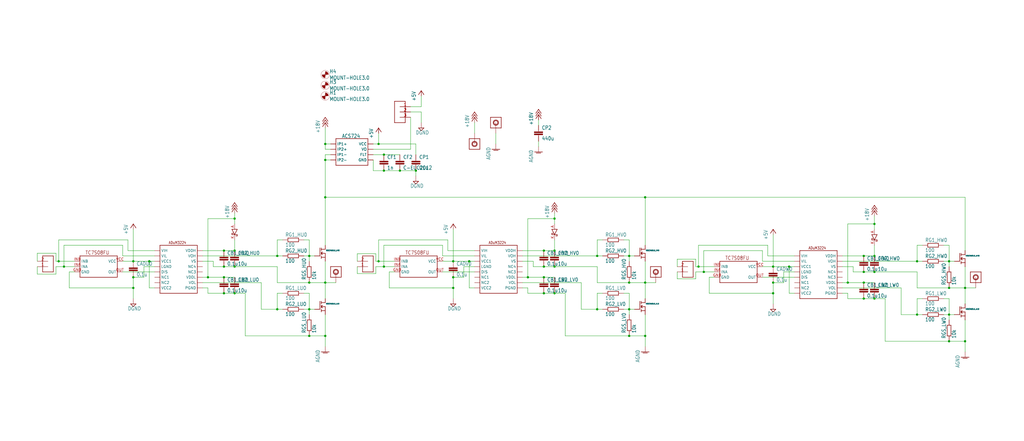
<source format=kicad_sch>
(kicad_sch (version 20211123) (generator eeschema)
  (paper "User" 487.807 210.007)
  (lib_symbols
    (symbol "motordriver_v3-eagle-import:+18V" (power)
      (property "Value" "+18V" (at -2.54 -5.08 90))
      (symbol "+18V_1_0"
        (pin power_in line (at 0 -2.54 90) (length 2.54) (name "+18V") (number "1"))
      )
    )
    (symbol "motordriver_v3-eagle-import:+5V" (power)
      (property "Value" "+5V" (at -2.54 -5.08 90))
      (symbol "+5V_1_0"
        (pin power_in line (at 0 -2.54 90) (length 2.54) (name "+5V") (number "1"))
      )
    )
    (symbol "motordriver_v3-eagle-import:ACS724"
      (symbol "ACS724_1_0"
        (pin bidirectional line (at 15.24 -7.62 180) (length 2.54) (name "FLT") (number "FLT"))
        (pin bidirectional line (at 15.24 -10.16 180) (length 2.54) (name "GND") (number "GND"))
        (pin bidirectional line (at -5.08 -2.54 0) (length 2.54) (name "IP1+") (number "IP1+"))
        (pin bidirectional line (at -5.08 -7.62 0) (length 2.54) (name "IP1-") (number "IP1-"))
        (pin bidirectional line (at -5.08 -5.08 0) (length 2.54) (name "IP2+") (number "IP2+"))
        (pin bidirectional line (at -5.08 -10.16 0) (length 2.54) (name "IP2-") (number "IP2-"))
        (pin bidirectional line (at 15.24 -2.54 180) (length 2.54) (name "VCC") (number "VCC"))
        (pin bidirectional line (at 15.24 -5.08 180) (length 2.54) (name "VO") (number "VO"))
      )
    )
    (symbol "motordriver_v3-eagle-import:ADUM3224"
      (symbol "ADUM3224_1_0"
        (text "ADuM3224" (at 4.064 3.048 0) (effects (font (size 1.27 1.0795)) (justify left bottom)))
        (pin bidirectional line (at -2.54 -10.16 0) (length 2.54) (name "DIS") (number "DIS"))
        (pin bidirectional line (at -2.54 -7.62 0) (length 2.54) (name "LGND") (number "LGND"))
        (pin bidirectional line (at -2.54 -12.7 0) (length 2.54) (name "NC1") (number "NC1"))
        (pin bidirectional line (at -2.54 -15.24 0) (length 2.54) (name "NC2") (number "NC2"))
        (pin bidirectional line (at 20.32 -10.16 180) (length 2.54) (name "NC3") (number "NC3"))
        (pin bidirectional line (at 20.32 -7.62 180) (length 2.54) (name "NC4") (number "NC4"))
        (pin bidirectional line (at 20.32 -17.78 180) (length 2.54) (name "PGND") (number "PGND"))
        (pin bidirectional line (at -2.54 -5.08 0) (length 2.54) (name "VCC1") (number "VCC1"))
        (pin bidirectional line (at -2.54 -17.78 0) (length 2.54) (name "VCC2") (number "VCC2"))
        (pin bidirectional line (at 20.32 0 180) (length 2.54) (name "VDDH") (number "VDDH"))
        (pin bidirectional line (at 20.32 -12.7 180) (length 2.54) (name "VDDL") (number "VDDL"))
        (pin bidirectional line (at -2.54 0 0) (length 2.54) (name "VIH") (number "VIH"))
        (pin bidirectional line (at -2.54 -2.54 0) (length 2.54) (name "VIL") (number "VIL"))
        (pin bidirectional line (at 20.32 -2.54 180) (length 2.54) (name "VOH") (number "VOH"))
        (pin bidirectional line (at 20.32 -15.24 180) (length 2.54) (name "VOL") (number "VOL"))
        (pin bidirectional line (at 20.32 -5.08 180) (length 2.54) (name "VS") (number "VS"))
      )
    )
    (symbol "motordriver_v3-eagle-import:AGND" (power)
      (property "Value" "AGND" (at -2.54 -5.08 90))
      (symbol "AGND_1_0"
        (pin power_in line (at 0 2.54 270) (length 2.54) (name "AGND") (number "1"))
      )
    )
    (symbol "motordriver_v3-eagle-import:B2B-XH-A"
      (symbol "B2B-XH-A_1_0"
        (pin bidirectional line (at 2.54 2.54 270) (length 5.08) (name "1") (number "1"))
        (pin bidirectional line (at 5.08 2.54 270) (length 5.08) (name "2") (number "2"))
      )
    )
    (symbol "motordriver_v3-eagle-import:B3B-XH-A"
      (symbol "B3B-XH-A_1_0"
        (pin bidirectional line (at -2.54 2.54 270) (length 5.08) (name "1") (number "1"))
        (pin bidirectional line (at 0 2.54 270) (length 5.08) (name "2") (number "2"))
        (pin bidirectional line (at 2.54 2.54 270) (length 5.08) (name "3") (number "3"))
      )
    )
    (symbol "motordriver_v3-eagle-import:C-EUC1608"
      (property "Reference" "C" (at 1.524 0.381 0))
      (property "Value" "C-EUC1608" (at 1.524 -4.699 0))
      (symbol "C-EUC1608_1_0"
        (pin passive line (at 0 2.54 270) (length 2.54) (name "1") (number "1"))
        (pin passive line (at 0 -5.08 90) (length 2.54) (name "2") (number "2"))
      )
    )
    (symbol "motordriver_v3-eagle-import:C-EUC2012"
      (property "Reference" "C" (at 1.524 0.381 0))
      (property "Value" "C-EUC2012" (at 1.524 -4.699 0))
      (symbol "C-EUC2012_1_0"
        (pin passive line (at 0 2.54 270) (length 2.54) (name "1") (number "1"))
        (pin passive line (at 0 -5.08 90) (length 2.54) (name "2") (number "2"))
      )
    )
    (symbol "motordriver_v3-eagle-import:C-EUC3225"
      (property "Reference" "C" (at 1.524 0.381 0))
      (property "Value" "C-EUC3225" (at 1.524 -4.699 0))
      (symbol "C-EUC3225_1_0"
        (pin passive line (at 0 2.54 270) (length 2.54) (name "1") (number "1"))
        (pin passive line (at 0 -5.08 90) (length 2.54) (name "2") (number "2"))
      )
    )
    (symbol "motordriver_v3-eagle-import:DGND" (power)
      (property "Value" "DGND" (at -2.667 -3.175 0))
      (symbol "DGND_1_0"
        (pin power_in line (at 0 2.54 270) (length 2.54) (name "DGND") (number "1"))
      )
    )
    (symbol "motordriver_v3-eagle-import:MOUNT-HOLE3.0"
      (property "Reference" "H" (at 2.032 0.5842 0))
      (property "Value" "MOUNT-HOLE3.0" (at 2.032 -2.4638 0))
    )
    (symbol "motordriver_v3-eagle-import:ND52N6SLG"
      (symbol "ND52N6SLG_1_0"
        (pin bidirectional line (at -5.08 -5.08 0) (length 0) (name "G") (number "1"))
        (pin bidirectional line (at 0 -7.62 0) (length 0) (name "S") (number "3"))
        (pin bidirectional line (at 0 0 0) (length 0) (name "D") (number "4"))
      )
    )
    (symbol "motordriver_v3-eagle-import:PV-3"
      (symbol "PV-3_1_0"
        (pin bidirectional line (at 2.54 -7.62 90) (length 5.08) (name "P$1") (number "P$1"))
      )
    )
    (symbol "motordriver_v3-eagle-import:R-EU_R3216"
      (property "Reference" "R" (at -3.81 1.4986 0))
      (property "Value" "R-EU_R3216" (at -3.81 -3.302 0))
      (symbol "R-EU_R3216_1_0"
        (pin passive line (at -5.08 0 0) (length 2.54) (name "1") (number "1"))
        (pin passive line (at 5.08 0 180) (length 2.54) (name "2") (number "2"))
      )
    )
    (symbol "motordriver_v3-eagle-import:SBR1U200P1"
      (symbol "SBR1U200P1_1_0"
        (pin bidirectional line (at -2.54 0 0) (length 2.54) (name "A") (number "A"))
        (pin bidirectional line (at 5.08 0 180) (length 2.54) (name "K") (number "K"))
      )
    )
    (symbol "motordriver_v3-eagle-import:TC7S08FU"
      (symbol "TC7S08FU_1_0"
        (text "TC7S08FU" (at 2.54 3.048 0) (effects (font (size 1.778 1.5113)) (justify left bottom)))
        (pin bidirectional line (at -2.54 -5.08 0) (length 2.54) (name "GND") (number "GND"))
        (pin bidirectional line (at -2.54 -2.54 0) (length 2.54) (name "INA") (number "INA"))
        (pin bidirectional line (at -2.54 0 0) (length 2.54) (name "INB") (number "INB"))
        (pin bidirectional line (at 20.32 -5.08 180) (length 2.54) (name "OUT") (number "OUT"))
        (pin bidirectional line (at 20.32 0 180) (length 2.54) (name "VCC") (number "VCC"))
      )
    )
  )
  (junction (at 111.76 119.38))
  (junction (at 284.48 121.92))
  (junction (at 368.3 134.62))
  (junction (at 436.88 124.46))
  (junction (at 132.08 121.92))
  (junction (at 154.94 76.2))
  (junction (at 106.68 119.38))
  (junction (at 154.94 93.98))
  (junction (at 299.72 160.02))
  (junction (at 284.48 147.32))
  (junction (at 106.68 132.08))
  (junction (at 111.76 139.7))
  (junction (at 223.52 124.46))
  (junction (at 411.48 134.62))
  (junction (at 403.86 134.62))
  (junction (at 190.5 81.28))
  (junction (at 180.34 124.46))
  (junction (at 259.08 139.7))
  (junction (at 299.72 121.92))
  (junction (at 63.5 124.46))
  (junction (at 182.88 73.66))
  (junction (at 452.12 149.86))
  (junction (at 416.56 106.68))
  (junction (at 452.12 162.56))
  (junction (at 147.32 147.32))
  (junction (at 459.74 162.56))
  (junction (at 182.88 81.28))
  (junction (at 264.16 127))
  (junction (at 27.94 124.46))
  (junction (at 299.72 147.32))
  (junction (at 106.68 127))
  (junction (at 416.56 142.24))
  (junction (at 215.9 124.46))
  (junction (at 147.32 160.02))
  (junction (at 111.76 104.14))
  (junction (at 147.32 121.92))
  (junction (at 198.12 81.28))
  (junction (at 154.94 160.02))
  (junction (at 416.56 121.92))
  (junction (at 71.12 124.46))
  (junction (at 154.94 68.58))
  (junction (at 30.48 127))
  (junction (at 63.5 137.16))
  (junction (at 307.34 134.62))
  (junction (at 182.88 127))
  (junction (at 307.34 93.98))
  (junction (at 147.32 134.62))
  (junction (at 368.3 127))
  (junction (at 459.74 137.16))
  (junction (at 264.16 104.14))
  (junction (at 251.46 132.08))
  (junction (at 132.08 147.32))
  (junction (at 416.56 129.54))
  (junction (at 154.94 134.62))
  (junction (at 180.34 68.58))
  (junction (at 368.3 139.7))
  (junction (at 259.08 119.38))
  (junction (at 411.48 121.92))
  (junction (at 259.08 127))
  (junction (at 264.16 119.38))
  (junction (at 452.12 137.16))
  (junction (at 99.06 132.08))
  (junction (at 452.12 124.46))
  (junction (at 375.92 127))
  (junction (at 411.48 129.54))
  (junction (at 332.74 127))
  (junction (at 215.9 137.16))
  (junction (at 215.9 132.08))
  (junction (at 299.72 134.62))
  (junction (at 259.08 132.08))
  (junction (at 106.68 139.7))
  (junction (at 63.5 132.08))
  (junction (at 264.16 139.7))
  (junction (at 436.88 149.86))
  (junction (at 411.48 142.24))
  (junction (at 307.34 160.02))
  (junction (at 335.28 129.54))
  (junction (at 111.76 127))
  (wire (pts (xy 177.8 81.28) (xy 182.88 81.28)))
  (wire (pts (xy 170.18 130.302) (xy 179.07 130.302)))
  (wire (pts (xy 449.58 116.84) (xy 452.12 116.84)))
  (wire (pts (xy 368.3 111.76) (xy 368.3 127)))
  (wire (pts (xy 251.46 132.08) (xy 248.92 132.08)))
  (wire (pts (xy 337.82 139.7) (xy 368.3 139.7)))
  (wire (pts (xy 403.86 106.68) (xy 416.56 106.68)))
  (wire (pts (xy 284.48 121.92) (xy 287.02 121.92)))
  (wire (pts (xy 363.22 119.38) (xy 363.22 124.46)))
  (wire (pts (xy 452.12 149.86) (xy 454.66 149.86)))
  (wire (pts (xy 287.02 139.7) (xy 284.48 139.7)))
  (wire (pts (xy 307.34 93.98) (xy 459.74 93.98)))
  (wire (pts (xy 284.48 127) (xy 284.48 134.62)))
  (wire (pts (xy 101.6 127) (xy 106.68 127)))
  (wire (pts (xy 429.26 149.86) (xy 436.88 149.86)))
  (wire (pts (xy 459.74 137.16) (xy 459.74 144.78)))
  (wire (pts (xy 182.88 127) (xy 187.96 127)))
  (wire (pts (xy 226.06 127) (xy 220.98 127)))
  (wire (pts (xy 284.48 147.32) (xy 287.02 147.32)))
  (wire (pts (xy 459.74 93.98) (xy 459.74 119.38)))
  (wire (pts (xy 264.16 101.6) (xy 264.16 104.14)))
  (wire (pts (xy 368.3 134.62) (xy 373.38 134.62)))
  (wire (pts (xy 154.94 76.2) (xy 154.94 93.98)))
  (wire (pts (xy 337.82 132.08) (xy 337.82 139.7)))
  (wire (pts (xy 180.34 124.46) (xy 187.96 124.46)))
  (wire (pts (xy 154.94 149.86) (xy 154.94 160.02)))
  (wire (pts (xy 411.48 142.24) (xy 416.56 142.24)))
  (wire (pts (xy 403.86 139.7) (xy 403.86 142.24)))
  (wire (pts (xy 147.32 160.02) (xy 154.94 160.02)))
  (wire (pts (xy 213.36 114.3) (xy 213.36 119.38)))
  (wire (pts (xy 101.6 124.46) (xy 101.6 127)))
  (wire (pts (xy 215.9 124.46) (xy 223.52 124.46)))
  (wire (pts (xy 134.62 114.3) (xy 132.08 114.3)))
  (wire (pts (xy 368.3 127) (xy 375.92 127)))
  (wire (pts (xy 299.72 147.32) (xy 299.72 149.86)))
  (wire (pts (xy 452.12 137.16) (xy 459.74 137.16)))
  (wire (pts (xy 299.72 121.92) (xy 302.26 121.92)))
  (wire (pts (xy 17.78 127) (xy 17.78 130.556)))
  (wire (pts (xy 179.07 130.302) (xy 179.07 127)))
  (wire (pts (xy 449.58 149.86) (xy 452.12 149.86)))
  (wire (pts (xy 299.72 139.7) (xy 299.72 147.32)))
  (wire (pts (xy 269.24 160.02) (xy 299.72 160.02)))
  (wire (pts (xy 111.76 101.6) (xy 111.76 104.14)))
  (wire (pts (xy 259.08 127) (xy 264.16 127)))
  (wire (pts (xy 144.78 121.92) (xy 147.32 121.92)))
  (wire (pts (xy 363.22 132.08) (xy 378.46 132.08)))
  (wire (pts (xy 416.56 129.54) (xy 436.88 129.54)))
  (wire (pts (xy 111.76 139.7) (xy 116.84 139.7)))
  (wire (pts (xy 368.3 139.7) (xy 368.3 144.78)))
  (wire (pts (xy 63.5 109.22) (xy 63.5 124.46)))
  (wire (pts (xy 144.78 147.32) (xy 147.32 147.32)))
  (wire (pts (xy 132.08 147.32) (xy 134.62 147.32)))
  (wire (pts (xy 182.88 73.66) (xy 190.5 73.66)))
  (wire (pts (xy 68.58 132.08) (xy 68.58 127)))
  (wire (pts (xy 210.82 116.84) (xy 210.82 121.92)))
  (wire (pts (xy 299.72 121.92) (xy 299.72 124.46)))
  (wire (pts (xy 132.08 121.92) (xy 134.62 121.92)))
  (wire (pts (xy 297.18 139.7) (xy 299.72 139.7)))
  (wire (pts (xy 297.18 121.92) (xy 299.72 121.92)))
  (wire (pts (xy 363.22 124.46) (xy 378.46 124.46)))
  (wire (pts (xy 299.72 114.3) (xy 299.72 121.92)))
  (wire (pts (xy 154.94 124.46) (xy 154.94 134.62)))
  (wire (pts (xy 26.67 130.556) (xy 26.67 127)))
  (wire (pts (xy 200.66 53.34) (xy 195.58 53.34)))
  (wire (pts (xy 401.32 137.16) (xy 429.26 137.16)))
  (wire (pts (xy 251.46 139.7) (xy 259.08 139.7)))
  (wire (pts (xy 170.18 124.46) (xy 170.18 120.904)))
  (wire (pts (xy 17.78 124.46) (xy 17.78 120.65)))
  (wire (pts (xy 200.66 50.8) (xy 200.66 45.72)))
  (wire (pts (xy 27.94 114.3) (xy 60.96 114.3)))
  (wire (pts (xy 111.76 127) (xy 132.08 127)))
  (wire (pts (xy 248.92 137.16) (xy 251.46 137.16)))
  (wire (pts (xy 73.66 127) (xy 68.58 127)))
  (wire (pts (xy 215.9 137.16) (xy 215.9 142.24)))
  (wire (pts (xy 411.48 129.54) (xy 416.56 129.54)))
  (wire (pts (xy 297.18 114.3) (xy 299.72 114.3)))
  (wire (pts (xy 429.26 137.16) (xy 429.26 149.86)))
  (wire (pts (xy 147.32 121.92) (xy 147.32 124.46)))
  (wire (pts (xy 248.92 119.38) (xy 259.08 119.38)))
  (wire (pts (xy 63.5 132.08) (xy 63.5 137.16)))
  (wire (pts (xy 365.76 121.92) (xy 378.46 121.92)))
  (wire (pts (xy 200.66 53.34) (xy 200.66 58.42)))
  (wire (pts (xy 99.06 104.14) (xy 111.76 104.14)))
  (wire (pts (xy 71.12 124.46) (xy 73.66 124.46)))
  (wire (pts (xy 17.78 120.65) (xy 26.67 120.65)))
  (wire (pts (xy 58.42 121.92) (xy 73.66 121.92)))
  (wire (pts (xy 157.48 76.2) (xy 154.94 76.2)))
  (wire (pts (xy 213.36 119.38) (xy 226.06 119.38)))
  (wire (pts (xy 248.92 134.62) (xy 276.86 134.62)))
  (wire (pts (xy 106.68 139.7) (xy 111.76 139.7)))
  (wire (pts (xy 26.67 120.65) (xy 26.67 124.46)))
  (wire (pts (xy 154.94 160.02) (xy 154.94 165.1)))
  (wire (pts (xy 401.32 124.46) (xy 436.88 124.46)))
  (wire (pts (xy 99.06 104.14) (xy 99.06 132.08)))
  (wire (pts (xy 99.06 137.16) (xy 99.06 139.7)))
  (wire (pts (xy 180.34 68.58) (xy 198.12 68.58)))
  (wire (pts (xy 368.3 134.62) (xy 368.3 139.7)))
  (wire (pts (xy 331.47 132.842) (xy 331.47 129.54)))
  (wire (pts (xy 226.06 58.42) (xy 226.06 63.5)))
  (wire (pts (xy 185.42 137.16) (xy 215.9 137.16)))
  (wire (pts (xy 170.18 120.904) (xy 179.07 120.904)))
  (wire (pts (xy 195.58 50.8) (xy 200.66 50.8)))
  (wire (pts (xy 439.42 116.84) (xy 436.88 116.84)))
  (wire (pts (xy 132.08 114.3) (xy 132.08 121.92)))
  (wire (pts (xy 340.36 132.08) (xy 337.82 132.08)))
  (wire (pts (xy 96.52 121.92) (xy 132.08 121.92)))
  (wire (pts (xy 378.46 129.54) (xy 373.38 129.54)))
  (wire (pts (xy 60.96 114.3) (xy 60.96 119.38)))
  (wire (pts (xy 96.52 119.38) (xy 106.68 119.38)))
  (wire (pts (xy 132.08 139.7) (xy 132.08 147.32)))
  (wire (pts (xy 264.16 104.14) (xy 264.16 106.68)))
  (wire (pts (xy 331.47 129.54) (xy 335.28 129.54)))
  (wire (pts (xy 406.4 127) (xy 406.4 129.54)))
  (wire (pts (xy 187.96 129.54) (xy 185.42 129.54)))
  (wire (pts (xy 375.92 127) (xy 378.46 127)))
  (wire (pts (xy 58.42 116.84) (xy 58.42 121.92)))
  (wire (pts (xy 335.28 119.38) (xy 363.22 119.38)))
  (wire (pts (xy 180.34 63.5) (xy 180.34 68.58)))
  (wire (pts (xy 210.82 129.54) (xy 226.06 129.54)))
  (wire (pts (xy 30.48 127) (xy 30.48 116.84)))
  (wire (pts (xy 331.47 127) (xy 332.74 127)))
  (wire (pts (xy 124.46 147.32) (xy 132.08 147.32)))
  (wire (pts (xy 439.42 142.24) (xy 436.88 142.24)))
  (wire (pts (xy 17.78 130.556) (xy 26.67 130.556)))
  (wire (pts (xy 111.76 119.38) (xy 111.76 114.3)))
  (wire (pts (xy 332.74 127) (xy 340.36 127)))
  (wire (pts (xy 179.07 120.904) (xy 179.07 124.46)))
  (wire (pts (xy 449.58 142.24) (xy 452.12 142.24)))
  (wire (pts (xy 375.92 139.7) (xy 378.46 139.7)))
  (wire (pts (xy 215.9 132.08) (xy 215.9 137.16)))
  (wire (pts (xy 116.84 139.7) (xy 116.84 160.02)))
  (wire (pts (xy 154.94 68.58) (xy 157.48 68.58)))
  (wire (pts (xy 259.08 119.38) (xy 264.16 119.38)))
  (wire (pts (xy 269.24 139.7) (xy 269.24 160.02)))
  (wire (pts (xy 322.58 129.54) (xy 322.58 132.842)))
  (wire (pts (xy 335.28 129.54) (xy 335.28 119.38)))
  (wire (pts (xy 299.72 147.32) (xy 302.26 147.32)))
  (wire (pts (xy 99.06 132.08) (xy 106.68 132.08)))
  (wire (pts (xy 215.9 132.08) (xy 220.98 132.08)))
  (wire (pts (xy 147.32 134.62) (xy 154.94 134.62)))
  (wire (pts (xy 459.74 137.16) (xy 464.82 137.16)))
  (wire (pts (xy 259.08 139.7) (xy 264.16 139.7)))
  (wire (pts (xy 134.62 139.7) (xy 132.08 139.7)))
  (wire (pts (xy 177.8 76.2) (xy 177.8 81.28)))
  (wire (pts (xy 124.46 134.62) (xy 124.46 147.32)))
  (wire (pts (xy 416.56 121.92) (xy 416.56 116.84)))
  (wire (pts (xy 406.4 129.54) (xy 411.48 129.54)))
  (wire (pts (xy 452.12 116.84) (xy 452.12 124.46)))
  (wire (pts (xy 147.32 114.3) (xy 147.32 121.92)))
  (wire (pts (xy 116.84 160.02) (xy 147.32 160.02)))
  (wire (pts (xy 307.34 134.62) (xy 312.42 134.62)))
  (wire (pts (xy 154.94 93.98) (xy 307.34 93.98)))
  (wire (pts (xy 375.92 127) (xy 375.92 139.7)))
  (wire (pts (xy 236.22 63.5) (xy 236.22 68.58)))
  (wire (pts (xy 416.56 102.87) (xy 416.56 106.68)))
  (wire (pts (xy 106.68 119.38) (xy 111.76 119.38)))
  (wire (pts (xy 179.07 124.46) (xy 180.34 124.46)))
  (wire (pts (xy 284.48 134.62) (xy 299.72 134.62)))
  (wire (pts (xy 449.58 124.46) (xy 452.12 124.46)))
  (wire (pts (xy 332.74 127) (xy 332.74 116.84)))
  (wire (pts (xy 421.64 162.56) (xy 452.12 162.56)))
  (wire (pts (xy 71.12 124.46) (xy 71.12 137.16)))
  (wire (pts (xy 307.34 160.02) (xy 307.34 165.1)))
  (wire (pts (xy 106.68 132.08) (xy 111.76 132.08)))
  (wire (pts (xy 307.34 124.46) (xy 307.34 134.62)))
  (wire (pts (xy 180.34 114.3) (xy 213.36 114.3)))
  (wire (pts (xy 27.94 124.46) (xy 27.94 114.3)))
  (wire (pts (xy 403.86 134.62) (xy 411.48 134.62)))
  (wire (pts (xy 180.34 68.58) (xy 177.8 68.58)))
  (wire (pts (xy 147.32 139.7) (xy 147.32 147.32)))
  (wire (pts (xy 331.47 123.444) (xy 331.47 127)))
  (wire (pts (xy 154.94 73.66) (xy 154.94 76.2)))
  (wire (pts (xy 180.34 124.46) (xy 180.34 114.3)))
  (wire (pts (xy 254 127) (xy 259.08 127)))
  (wire (pts (xy 436.88 124.46) (xy 439.42 124.46)))
  (wire (pts (xy 307.34 134.62) (xy 307.34 142.24)))
  (wire (pts (xy 223.52 124.46) (xy 223.52 137.16)))
  (wire (pts (xy 299.72 134.62) (xy 307.34 134.62)))
  (wire (pts (xy 30.48 116.84) (xy 58.42 116.84)))
  (wire (pts (xy 132.08 134.62) (xy 147.32 134.62)))
  (wire (pts (xy 58.42 124.46) (xy 63.5 124.46)))
  (wire (pts (xy 63.5 137.16) (xy 63.5 142.24)))
  (wire (pts (xy 297.18 147.32) (xy 299.72 147.32)))
  (wire (pts (xy 264.16 119.38) (xy 264.16 114.3)))
  (wire (pts (xy 287.02 114.3) (xy 284.48 114.3)))
  (wire (pts (xy 33.02 137.16) (xy 63.5 137.16)))
  (wire (pts (xy 403.86 134.62) (xy 401.32 134.62)))
  (wire (pts (xy 154.94 68.58) (xy 154.94 71.12)))
  (wire (pts (xy 182.88 81.28) (xy 190.5 81.28)))
  (wire (pts (xy 195.58 55.88) (xy 195.58 71.12)))
  (wire (pts (xy 147.32 147.32) (xy 147.32 149.86)))
  (wire (pts (xy 63.5 124.46) (xy 71.12 124.46)))
  (wire (pts (xy 401.32 127) (xy 406.4 127)))
  (wire (pts (xy 177.8 71.12) (xy 195.58 71.12)))
  (wire (pts (xy 403.86 142.24) (xy 411.48 142.24)))
  (wire (pts (xy 33.02 129.54) (xy 33.02 137.16)))
  (wire (pts (xy 185.42 129.54) (xy 185.42 137.16)))
  (wire (pts (xy 403.86 106.68) (xy 403.86 134.62)))
  (wire (pts (xy 254 124.46) (xy 254 127)))
  (wire (pts (xy 452.12 142.24) (xy 452.12 149.86)))
  (wire (pts (xy 26.67 124.46) (xy 27.94 124.46)))
  (wire (pts (xy 147.32 121.92) (xy 149.86 121.92)))
  (wire (pts (xy 26.67 127) (xy 30.48 127)))
  (wire (pts (xy 251.46 104.14) (xy 251.46 132.08)))
  (wire (pts (xy 157.48 73.66) (xy 154.94 73.66)))
  (wire (pts (xy 251.46 137.16) (xy 251.46 139.7)))
  (wire (pts (xy 182.88 116.84) (xy 210.82 116.84)))
  (wire (pts (xy 401.32 121.92) (xy 411.48 121.92)))
  (wire (pts (xy 436.88 149.86) (xy 439.42 149.86)))
  (wire (pts (xy 170.18 127) (xy 170.18 130.302)))
  (wire (pts (xy 248.92 121.92) (xy 284.48 121.92)))
  (wire (pts (xy 411.48 134.62) (xy 416.56 134.62)))
  (wire (pts (xy 182.88 127) (xy 182.88 116.84)))
  (wire (pts (xy 284.48 114.3) (xy 284.48 121.92)))
  (wire (pts (xy 111.76 104.14) (xy 111.76 106.68)))
  (wire (pts (xy 154.94 134.62) (xy 154.94 142.24)))
  (wire (pts (xy 307.34 149.86) (xy 307.34 160.02)))
  (wire (pts (xy 436.88 142.24) (xy 436.88 149.86)))
  (wire (pts (xy 96.52 124.46) (xy 101.6 124.46)))
  (wire (pts (xy 373.38 134.62) (xy 373.38 129.54)))
  (wire (pts (xy 284.48 139.7) (xy 284.48 147.32)))
  (wire (pts (xy 416.56 106.68) (xy 416.56 109.22)))
  (wire (pts (xy 248.92 124.46) (xy 254 124.46)))
  (wire (pts (xy 421.64 142.24) (xy 421.64 162.56)))
  (wire (pts (xy 27.94 124.46) (xy 35.56 124.46)))
  (wire (pts (xy 365.76 116.84) (xy 365.76 121.92)))
  (wire (pts (xy 436.88 116.84) (xy 436.88 124.46)))
  (wire (pts (xy 299.72 160.02) (xy 307.34 160.02)))
  (wire (pts (xy 276.86 147.32) (xy 284.48 147.32)))
  (wire (pts (xy 452.12 124.46) (xy 454.66 124.46)))
  (wire (pts (xy 198.12 68.58) (xy 198.12 73.66)))
  (wire (pts (xy 177.8 73.66) (xy 182.88 73.66)))
  (wire (pts (xy 99.06 139.7) (xy 106.68 139.7)))
  (wire (pts (xy 322.58 127) (xy 322.58 123.444)))
  (wire (pts (xy 144.78 139.7) (xy 147.32 139.7)))
  (wire (pts (xy 147.32 147.32) (xy 149.86 147.32)))
  (wire (pts (xy 106.68 127) (xy 111.76 127)))
  (wire (pts (xy 144.78 114.3) (xy 147.32 114.3)))
  (wire (pts (xy 452.12 149.86) (xy 452.12 152.4)))
  (wire (pts (xy 322.58 123.444) (xy 331.47 123.444)))
  (wire (pts (xy 459.74 152.4) (xy 459.74 162.56)))
  (wire (pts (xy 179.07 127) (xy 182.88 127)))
  (wire (pts (xy 60.96 119.38) (xy 73.66 119.38)))
  (wire (pts (xy 58.42 129.54) (xy 73.66 129.54)))
  (wire (pts (xy 63.5 132.08) (xy 68.58 132.08)))
  (wire (pts (xy 436.88 129.54) (xy 436.88 137.16)))
  (wire (pts (xy 264.16 127) (xy 284.48 127)))
  (wire (pts (xy 223.52 124.46) (xy 226.06 124.46)))
  (wire (pts (xy 215.9 109.22) (xy 215.9 124.46)))
  (wire (pts (xy 436.88 137.16) (xy 452.12 137.16)))
  (wire (pts (xy 251.46 104.14) (xy 264.16 104.14)))
  (wire (pts (xy 401.32 139.7) (xy 403.86 139.7)))
  (wire (pts (xy 96.52 137.16) (xy 99.06 137.16)))
  (wire (pts (xy 220.98 132.08) (xy 220.98 127)))
  (wire (pts (xy 223.52 137.16) (xy 226.06 137.16)))
  (wire (pts (xy 416.56 142.24) (xy 421.64 142.24)))
  (wire (pts (xy 256.54 57.15) (xy 256.54 59.69)))
  (wire (pts (xy 307.34 93.98) (xy 307.34 116.84)))
  (wire (pts (xy 30.48 127) (xy 35.56 127)))
  (wire (pts (xy 154.94 71.12) (xy 157.48 71.12)))
  (wire (pts (xy 264.16 139.7) (xy 269.24 139.7)))
  (wire (pts (xy 335.28 129.54) (xy 340.36 129.54)))
  (wire (pts (xy 256.54 67.31) (xy 256.54 69.85)))
  (wire (pts (xy 452.12 162.56) (xy 459.74 162.56)))
  (wire (pts (xy 198.12 81.28) (xy 198.12 83.82)))
  (wire (pts (xy 259.08 132.08) (xy 264.16 132.08)))
  (wire (pts (xy 190.5 81.28) (xy 198.12 81.28)))
  (wire (pts (xy 459.74 162.56) (xy 459.74 167.64)))
  (wire (pts (xy 210.82 121.92) (xy 226.06 121.92)))
  (wire (pts (xy 99.06 132.08) (xy 96.52 132.08)))
  (wire (pts (xy 35.56 129.54) (xy 33.02 129.54)))
  (wire (pts (xy 459.74 127) (xy 459.74 137.16)))
  (wire (pts (xy 132.08 127) (xy 132.08 134.62)))
  (wire (pts (xy 332.74 116.84) (xy 365.76 116.84)))
  (wire (pts (xy 96.52 134.62) (xy 124.46 134.62)))
  (wire (pts (xy 210.82 124.46) (xy 215.9 124.46)))
  (wire (pts (xy 154.94 60.96) (xy 154.94 68.58)))
  (wire (pts (xy 154.94 134.62) (xy 160.02 134.62)))
  (wire (pts (xy 411.48 121.92) (xy 416.56 121.92)))
  (wire (pts (xy 276.86 134.62) (xy 276.86 147.32)))
  (wire (pts (xy 71.12 137.16) (xy 73.66 137.16)))
  (wire (pts (xy 452.12 124.46) (xy 452.12 127)))
  (wire (pts (xy 363.22 127) (xy 368.3 127)))
  (wire (pts (xy 322.58 132.842) (xy 331.47 132.842)))
  (wire (pts (xy 154.94 93.98) (xy 154.94 116.84)))
  (wire (pts (xy 251.46 132.08) (xy 259.08 132.08)))
  (symbol (lib_id "motordriver_v3-eagle-import:R-EU_R3216") (at 292.1 139.7 0) (unit 1)
    (property "Reference" "RG1_LV0" (at 288.29 138.2014 0) (effects (font (size 1.778 1.5113)) (justify left bottom)))
    (property "Value" "100" (at 288.29 143.002 0) (effects (font (size 1.778 1.5113)) (justify left bottom)))
    (property "Footprint" "motordriver_v3:R3216" (effects hide))
  )
  (symbol (lib_id "motordriver_v3-eagle-import:DGND") (at 215.9 144.78 0) (unit 1)
    (property "Reference" "#SUPPLY06" (effects hide))
    (property "Value" "DGND" (at 213.233 147.955 0) (effects (font (size 1.778 1.5113)) (justify left bottom)))
    (property "Footprint" "motordriver_v3:" (effects hide))
  )
  (symbol (lib_id "motordriver_v3-eagle-import:AGND") (at 307.34 167.64 0) (unit 1)
    (property "Reference" "#AGND03" (effects hide))
    (property "Value" "AGND" (at 304.8 172.72 90) (effects (font (size 1.778 1.5113)) (justify left bottom)))
    (property "Footprint" "motordriver_v3:" (effects hide))
  )
  (symbol (lib_id "motordriver_v3-eagle-import:C-EUC2012") (at 411.48 124.46 0) (unit 1)
    (property "Reference" "CB1_HW0" (at 413.004 124.079 0) (effects (font (size 1.778 1.5113)) (justify left bottom)))
    (property "Value" "0.1u" (at 413.004 129.159 0) (effects (font (size 1.778 1.5113)) (justify left bottom)))
    (property "Footprint" "motordriver_v3:C2012" (effects hide))
  )
  (symbol (lib_id "motordriver_v3-eagle-import:R-EU_R3216") (at 444.5 124.46 0) (unit 1)
    (property "Reference" "RG2_HW0" (at 440.69 122.9614 0) (effects (font (size 1.778 1.5113)) (justify left bottom)))
    (property "Value" "100" (at 440.69 127.762 0) (effects (font (size 1.778 1.5113)) (justify left bottom)))
    (property "Footprint" "motordriver_v3:R3216" (effects hide))
  )
  (symbol (lib_id "motordriver_v3-eagle-import:R-EU_R3216") (at 444.5 142.24 0) (unit 1)
    (property "Reference" "RG1_LW0" (at 440.69 140.7414 0) (effects (font (size 1.778 1.5113)) (justify left bottom)))
    (property "Value" "100" (at 440.69 145.542 0) (effects (font (size 1.778 1.5113)) (justify left bottom)))
    (property "Footprint" "motordriver_v3:R3216" (effects hide))
  )
  (symbol (lib_id "motordriver_v3-eagle-import:+18V") (at 416.56 100.33 0) (unit 1)
    (property "Reference" "#P+011" (effects hide))
    (property "Value" "+18V" (at 414.02 105.41 90) (effects (font (size 1.778 1.5113)) (justify left bottom)))
    (property "Footprint" "motordriver_v3:" (effects hide))
  )
  (symbol (lib_id "motordriver_v3-eagle-import:R-EU_R3216") (at 452.12 132.08 90) (unit 1)
    (property "Reference" "RGS_HW0" (at 450.6214 135.89 0) (effects (font (size 1.778 1.5113)) (justify left bottom)))
    (property "Value" "10k" (at 455.422 135.89 0) (effects (font (size 1.778 1.5113)) (justify left bottom)))
    (property "Footprint" "motordriver_v3:R3216" (effects hide))
  )
  (symbol (lib_id "motordriver_v3-eagle-import:MOUNT-HOLE3.0") (at 154.94 40.64 0) (unit 1)
    (property "Reference" "H3" (at 156.972 40.0558 0) (effects (font (size 1.778 1.5113)) (justify left bottom)))
    (property "Value" "MOUNT-HOLE3.0" (at 156.972 43.1038 0) (effects (font (size 1.778 1.5113)) (justify left bottom)))
    (property "Footprint" "motordriver_v3:3,0" (effects hide))
  )
  (symbol (lib_id "motordriver_v3-eagle-import:R-EU_R3216") (at 147.32 129.54 90) (unit 1)
    (property "Reference" "RGS_HU0" (at 145.8214 133.35 0) (effects (font (size 1.778 1.5113)) (justify left bottom)))
    (property "Value" "10k" (at 150.622 133.35 0) (effects (font (size 1.778 1.5113)) (justify left bottom)))
    (property "Footprint" "motordriver_v3:R3216" (effects hide))
  )
  (symbol (lib_id "motordriver_v3-eagle-import:PV-3") (at 228.6 71.12 180) (unit 1)
    (property "Reference" "U$1" (effects hide))
    (property "Value" "PV-3" (effects hide))
    (property "Footprint" "motordriver_v3:PV-3" (effects hide))
  )
  (symbol (lib_id "motordriver_v3-eagle-import:C-EUC2012") (at 215.9 127 0) (unit 1)
    (property "Reference" "CADV0" (at 217.424 126.619 0) (effects (font (size 1.778 1.5113)) (justify left bottom)))
    (property "Value" "0.1u" (at 217.424 131.699 0) (effects (font (size 1.778 1.5113)) (justify left bottom)))
    (property "Footprint" "motordriver_v3:C2012" (effects hide))
  )
  (symbol (lib_id "motordriver_v3-eagle-import:TC7S08FU") (at 342.9 127 0) (unit 1)
    (property "Reference" "U$12" (effects hide))
    (property "Value" "TC7S08FU" (effects hide))
    (property "Footprint" "motordriver_v3:TC7S08FU" (effects hide))
  )
  (symbol (lib_id "motordriver_v3-eagle-import:R-EU_R3216") (at 444.5 149.86 0) (unit 1)
    (property "Reference" "RG2_LW0" (at 440.69 148.3614 0) (effects (font (size 1.778 1.5113)) (justify left bottom)))
    (property "Value" "100" (at 440.69 153.162 0) (effects (font (size 1.778 1.5113)) (justify left bottom)))
    (property "Footprint" "motordriver_v3:R3216" (effects hide))
  )
  (symbol (lib_id "motordriver_v3-eagle-import:R-EU_R3216") (at 139.7 121.92 0) (unit 1)
    (property "Reference" "RG2_HU0" (at 135.89 120.4214 0) (effects (font (size 1.778 1.5113)) (justify left bottom)))
    (property "Value" "100" (at 135.89 125.222 0) (effects (font (size 1.778 1.5113)) (justify left bottom)))
    (property "Footprint" "motordriver_v3:R3216" (effects hide))
  )
  (symbol (lib_id "motordriver_v3-eagle-import:+5V") (at 368.3 109.22 0) (unit 1)
    (property "Reference" "#P+07" (effects hide))
    (property "Value" "+5V" (at 365.76 114.3 90) (effects (font (size 1.778 1.5113)) (justify left bottom)))
    (property "Footprint" "motordriver_v3:" (effects hide))
  )
  (symbol (lib_id "motordriver_v3-eagle-import:B3B-XH-A") (at 193.04 53.34 270) (unit 1)
    (property "Reference" "U$4" (effects hide))
    (property "Value" "B3B-XH-A" (effects hide))
    (property "Footprint" "motordriver_v3:B3B-XH-A" (effects hide))
  )
  (symbol (lib_id "motordriver_v3-eagle-import:AGND") (at 256.54 72.39 0) (unit 1)
    (property "Reference" "#AGND02" (effects hide))
    (property "Value" "AGND" (at 254 77.47 90) (effects (font (size 1.778 1.5113)) (justify left bottom)))
    (property "Footprint" "motordriver_v3:" (effects hide))
  )
  (symbol (lib_id "motordriver_v3-eagle-import:PV-3") (at 157.48 127 0) (unit 1)
    (property "Reference" "U$14" (effects hide))
    (property "Value" "PV-3" (effects hide))
    (property "Footprint" "motordriver_v3:PV-3" (effects hide))
  )
  (symbol (lib_id "motordriver_v3-eagle-import:AGND") (at 236.22 71.12 0) (unit 1)
    (property "Reference" "#AGND05" (effects hide))
    (property "Value" "AGND" (at 233.68 76.2 90) (effects (font (size 1.778 1.5113)) (justify left bottom)))
    (property "Footprint" "motordriver_v3:" (effects hide))
  )
  (symbol (lib_id "motordriver_v3-eagle-import:DGND") (at 200.66 60.96 0) (unit 1)
    (property "Reference" "#SUPPLY02" (effects hide))
    (property "Value" "DGND" (at 197.993 64.135 0) (effects (font (size 1.778 1.5113)) (justify left bottom)))
    (property "Footprint" "motordriver_v3:" (effects hide))
  )
  (symbol (lib_id "motordriver_v3-eagle-import:+18V") (at 256.54 54.61 0) (unit 1)
    (property "Reference" "#P+09" (effects hide))
    (property "Value" "+18V" (at 254 59.69 90) (effects (font (size 1.778 1.5113)) (justify left bottom)))
    (property "Footprint" "motordriver_v3:" (effects hide))
  )
  (symbol (lib_id "motordriver_v3-eagle-import:+5V") (at 180.34 60.96 0) (unit 1)
    (property "Reference" "#P+03" (effects hide))
    (property "Value" "+5V" (at 177.8 66.04 90) (effects (font (size 1.778 1.5113)) (justify left bottom)))
    (property "Footprint" "motordriver_v3:" (effects hide))
  )
  (symbol (lib_id "motordriver_v3-eagle-import:B2B-XH-A") (at 20.32 129.54 90) (unit 1)
    (property "Reference" "U$2" (effects hide))
    (property "Value" "B2B-XH-A" (effects hide))
    (property "Footprint" "motordriver_v3:B2B-XH-A" (effects hide))
  )
  (symbol (lib_id "motordriver_v3-eagle-import:R-EU_R3216") (at 444.5 116.84 0) (unit 1)
    (property "Reference" "RG1_HW0" (at 440.69 115.3414 0) (effects (font (size 1.778 1.5113)) (justify left bottom)))
    (property "Value" "100" (at 440.69 120.142 0) (effects (font (size 1.778 1.5113)) (justify left bottom)))
    (property "Footprint" "motordriver_v3:R3216" (effects hide))
  )
  (symbol (lib_id "motordriver_v3-eagle-import:AGND") (at 459.74 170.18 0) (unit 1)
    (property "Reference" "#AGND04" (effects hide))
    (property "Value" "AGND" (at 457.2 175.26 90) (effects (font (size 1.778 1.5113)) (justify left bottom)))
    (property "Footprint" "motordriver_v3:" (effects hide))
  )
  (symbol (lib_id "motordriver_v3-eagle-import:C-EUC2012") (at 63.5 127 0) (unit 1)
    (property "Reference" "CADU0" (at 65.024 126.619 0) (effects (font (size 1.778 1.5113)) (justify left bottom)))
    (property "Value" "0.1u" (at 65.024 131.699 0) (effects (font (size 1.778 1.5113)) (justify left bottom)))
    (property "Footprint" "motordriver_v3:C2012" (effects hide))
  )
  (symbol (lib_id "motordriver_v3-eagle-import:R-EU_R3216") (at 147.32 154.94 90) (unit 1)
    (property "Reference" "RGS_LU0" (at 145.8214 158.75 0) (effects (font (size 1.778 1.5113)) (justify left bottom)))
    (property "Value" "10k" (at 150.622 158.75 0) (effects (font (size 1.778 1.5113)) (justify left bottom)))
    (property "Footprint" "motordriver_v3:R3216" (effects hide))
  )
  (symbol (lib_id "motordriver_v3-eagle-import:B2B-XH-A") (at 325.12 132.08 90) (unit 1)
    (property "Reference" "U$13" (effects hide))
    (property "Value" "B2B-XH-A" (effects hide))
    (property "Footprint" "motordriver_v3:B2B-XH-A" (effects hide))
  )
  (symbol (lib_id "motordriver_v3-eagle-import:SBR1U200P1") (at 111.76 109.22 270) (unit 1)
    (property "Reference" "SBD_U0" (effects hide))
    (property "Value" "SBR1U200P1" (effects hide))
    (property "Footprint" "motordriver_v3:SBR1U200P1" (effects hide))
  )
  (symbol (lib_id "motordriver_v3-eagle-import:TC7S08FU") (at 38.1 124.46 0) (unit 1)
    (property "Reference" "U$5" (effects hide))
    (property "Value" "TC7S08FU" (effects hide))
    (property "Footprint" "motordriver_v3:TC7S08FU" (effects hide))
  )
  (symbol (lib_id "motordriver_v3-eagle-import:SBR1U200P1") (at 416.56 111.76 270) (unit 1)
    (property "Reference" "U$11" (effects hide))
    (property "Value" "SBR1U200P1" (effects hide))
    (property "Footprint" "motordriver_v3:SBR1U200P1" (effects hide))
  )
  (symbol (lib_id "motordriver_v3-eagle-import:ADUM3224") (at 76.2 119.38 0) (unit 1)
    (property "Reference" "ADUM3224_U0" (effects hide))
    (property "Value" "ADUM3224" (effects hide))
    (property "Footprint" "motordriver_v3:SO16" (effects hide))
  )
  (symbol (lib_id "motordriver_v3-eagle-import:C-EUC2012") (at 190.5 76.2 0) (unit 1)
    (property "Reference" "CF2" (at 192.024 75.819 0) (effects (font (size 1.778 1.5113)) (justify left bottom)))
    (property "Value" "C-EUC2012" (at 192.024 80.899 0) (effects (font (size 1.778 1.5113)) (justify left bottom)))
    (property "Footprint" "motordriver_v3:C2012" (effects hide))
  )
  (symbol (lib_id "motordriver_v3-eagle-import:DGND") (at 198.12 86.36 0) (unit 1)
    (property "Reference" "#SUPPLY01" (effects hide))
    (property "Value" "DGND" (at 195.453 89.535 0) (effects (font (size 1.778 1.5113)) (justify left bottom)))
    (property "Footprint" "motordriver_v3:" (effects hide))
  )
  (symbol (lib_id "motordriver_v3-eagle-import:+18V") (at 264.16 99.06 0) (unit 1)
    (property "Reference" "#P+010" (effects hide))
    (property "Value" "+18V" (at 261.62 104.14 90) (effects (font (size 1.778 1.5113)) (justify left bottom)))
    (property "Footprint" "motordriver_v3:" (effects hide))
  )
  (symbol (lib_id "motordriver_v3-eagle-import:DGND") (at 368.3 147.32 0) (unit 1)
    (property "Reference" "#SUPPLY08" (effects hide))
    (property "Value" "DGND" (at 365.633 150.495 0) (effects (font (size 1.778 1.5113)) (justify left bottom)))
    (property "Footprint" "motordriver_v3:" (effects hide))
  )
  (symbol (lib_id "motordriver_v3-eagle-import:ADUM3224") (at 228.6 119.38 0) (unit 1)
    (property "Reference" "ADUM3224_V0" (effects hide))
    (property "Value" "ADUM3224" (effects hide))
    (property "Footprint" "motordriver_v3:SO16" (effects hide))
  )
  (symbol (lib_id "motordriver_v3-eagle-import:SBR1U200P1") (at 264.16 109.22 270) (unit 1)
    (property "Reference" "SBD_V0" (effects hide))
    (property "Value" "SBR1U200P1" (effects hide))
    (property "Footprint" "motordriver_v3:SBR1U200P1" (effects hide))
  )
  (symbol (lib_id "motordriver_v3-eagle-import:+18V") (at 154.94 58.42 0) (unit 1)
    (property "Reference" "#P+02" (effects hide))
    (property "Value" "+18V" (at 152.4 63.5 90) (effects (font (size 1.778 1.5113)) (justify left bottom)))
    (property "Footprint" "motordriver_v3:" (effects hide))
  )
  (symbol (lib_id "motordriver_v3-eagle-import:R-EU_R3216") (at 139.7 139.7 0) (unit 1)
    (property "Reference" "RG1_LU0" (at 135.89 138.2014 0) (effects (font (size 1.778 1.5113)) (justify left bottom)))
    (property "Value" "100" (at 135.89 143.002 0) (effects (font (size 1.778 1.5113)) (justify left bottom)))
    (property "Footprint" "motordriver_v3:R3216" (effects hide))
  )
  (symbol (lib_id "motordriver_v3-eagle-import:R-EU_R3216") (at 299.72 129.54 90) (unit 1)
    (property "Reference" "RGS_HV0" (at 298.2214 133.35 0) (effects (font (size 1.778 1.5113)) (justify left bottom)))
    (property "Value" "10k" (at 303.022 133.35 0) (effects (font (size 1.778 1.5113)) (justify left bottom)))
    (property "Footprint" "motordriver_v3:R3216" (effects hide))
  )
  (symbol (lib_id "motordriver_v3-eagle-import:B2B-XH-A") (at 172.72 129.54 90) (unit 1)
    (property "Reference" "U$9" (effects hide))
    (property "Value" "B2B-XH-A" (effects hide))
    (property "Footprint" "motordriver_v3:B2B-XH-A" (effects hide))
  )
  (symbol (lib_id "motordriver_v3-eagle-import:ND52N6SLG") (at 459.74 144.78 0) (unit 1)
    (property "Reference" "ND52N6SLG_WL0" (at 459.994 147.574 0) (effects (font (size 0.6096 0.5181)) (justify left bottom)))
    (property "Value" "ND52N6SLG" (effects hide))
    (property "Footprint" "motordriver_v3:TO252" (effects hide))
  )
  (symbol (lib_id "motordriver_v3-eagle-import:ND52N6SLG") (at 459.74 119.38 0) (unit 1)
    (property "Reference" "ND52N6SLG_WH0" (at 459.994 122.174 0) (effects (font (size 0.6096 0.5181)) (justify left bottom)))
    (property "Value" "ND52N6SLG" (effects hide))
    (property "Footprint" "motordriver_v3:TO252" (effects hide))
  )
  (symbol (lib_id "motordriver_v3-eagle-import:+5V") (at 200.66 43.18 0) (unit 1)
    (property "Reference" "#P+01" (effects hide))
    (property "Value" "+5V" (at 198.12 48.26 90) (effects (font (size 1.778 1.5113)) (justify left bottom)))
    (property "Footprint" "motordriver_v3:" (effects hide))
  )
  (symbol (lib_id "motordriver_v3-eagle-import:C-EUC3225") (at 416.56 137.16 0) (unit 1)
    (property "Reference" "CB2_LW0" (at 418.084 136.779 0) (effects (font (size 1.778 1.5113)) (justify left bottom)))
    (property "Value" "10u" (at 418.084 141.859 0) (effects (font (size 1.778 1.5113)) (justify left bottom)))
    (property "Footprint" "motordriver_v3:C3225" (effects hide))
  )
  (symbol (lib_id "motordriver_v3-eagle-import:C-EUC2012") (at 368.3 129.54 0) (unit 1)
    (property "Reference" "CADW0" (at 369.824 129.159 0) (effects (font (size 1.778 1.5113)) (justify left bottom)))
    (property "Value" "0.1u" (at 369.824 134.239 0) (effects (font (size 1.778 1.5113)) (justify left bottom)))
    (property "Footprint" "motordriver_v3:C2012" (effects hide))
  )
  (symbol (lib_id "motordriver_v3-eagle-import:TC7S08FU") (at 190.5 124.46 0) (unit 1)
    (property "Reference" "U$8" (effects hide))
    (property "Value" "TC7S08FU" (effects hide))
    (property "Footprint" "motordriver_v3:TC7S08FU" (effects hide))
  )
  (symbol (lib_id "motordriver_v3-eagle-import:ND52N6SLG") (at 154.94 142.24 0) (unit 1)
    (property "Reference" "ND52N6SLG_UL0" (at 155.194 145.034 0) (effects (font (size 0.6096 0.5181)) (justify left bottom)))
    (property "Value" "ND52N6SLG" (effects hide))
    (property "Footprint" "motordriver_v3:TO252" (effects hide))
  )
  (symbol (lib_id "motordriver_v3-eagle-import:C-EUC2012") (at 106.68 134.62 0) (unit 1)
    (property "Reference" "CB1_LU0" (at 108.204 134.239 0) (effects (font (size 1.778 1.5113)) (justify left bottom)))
    (property "Value" "0.1u" (at 108.204 139.319 0) (effects (font (size 1.778 1.5113)) (justify left bottom)))
    (property "Footprint" "motordriver_v3:C2012" (effects hide))
  )
  (symbol (lib_id "motordriver_v3-eagle-import:AGND") (at 154.94 167.64 0) (unit 1)
    (property "Reference" "#AGND01" (effects hide))
    (property "Value" "AGND" (at 152.4 172.72 90) (effects (font (size 1.778 1.5113)) (justify left bottom)))
    (property "Footprint" "motordriver_v3:" (effects hide))
  )
  (symbol (lib_id "motordriver_v3-eagle-import:R-EU_R3216") (at 139.7 147.32 0) (unit 1)
    (property "Reference" "RG2_LU0" (at 135.89 145.8214 0) (effects (font (size 1.778 1.5113)) (justify left bottom)))
    (property "Value" "100" (at 135.89 150.622 0) (effects (font (size 1.778 1.5113)) (justify left bottom)))
    (property "Footprint" "motordriver_v3:R3216" (effects hide))
  )
  (symbol (lib_id "motordriver_v3-eagle-import:C-EUC2012") (at 411.48 137.16 0) (unit 1)
    (property "Reference" "CB1_LW0" (at 413.004 136.779 0) (effects (font (size 1.778 1.5113)) (justify left bottom)))
    (property "Value" "0.1u" (at 413.004 141.859 0) (effects (font (size 1.778 1.5113)) (justify left bottom)))
    (property "Footprint" "motordriver_v3:C2012" (effects hide))
  )
  (symbol (lib_id "motordriver_v3-eagle-import:C-EUC3225") (at 111.76 134.62 0) (unit 1)
    (property "Reference" "CB2_LU0" (at 113.284 134.239 0) (effects (font (size 1.778 1.5113)) (justify left bottom)))
    (property "Value" "10u" (at 113.284 139.319 0) (effects (font (size 1.778 1.5113)) (justify left bottom)))
    (property "Footprint" "motordriver_v3:C3225" (effects hide))
  )
  (symbol (lib_id "motordriver_v3-eagle-import:R-EU_R3216") (at 299.72 154.94 90) (unit 1)
    (property "Reference" "RGS_LV0" (at 298.2214 158.75 0) (effects (font (size 1.778 1.5113)) (justify left bottom)))
    (property "Value" "10k" (at 303.022 158.75 0) (effects (font (size 1.778 1.5113)) (justify left bottom)))
    (property "Footprint" "motordriver_v3:R3216" (effects hide))
  )
  (symbol (lib_id "motordriver_v3-eagle-import:C-EUC1608") (at 182.88 76.2 0) (unit 1)
    (property "Reference" "CF1" (at 184.404 75.819 0) (effects (font (size 1.778 1.5113)) (justify left bottom)))
    (property "Value" "1n" (at 184.404 80.899 0) (effects (font (size 1.778 1.5113)) (justify left bottom)))
    (property "Footprint" "motordriver_v3:C1608" (effects hide))
  )
  (symbol (lib_id "motordriver_v3-eagle-import:R-EU_R3216") (at 292.1 147.32 0) (unit 1)
    (property "Reference" "RG2_LV0" (at 288.29 145.8214 0) (effects (font (size 1.778 1.5113)) (justify left bottom)))
    (property "Value" "100" (at 288.29 150.622 0) (effects (font (size 1.778 1.5113)) (justify left bottom)))
    (property "Footprint" "motordriver_v3:R3216" (effects hide))
  )
  (symbol (lib_id "motordriver_v3-eagle-import:C-EUC2012") (at 256.54 62.23 0) (unit 1)
    (property "Reference" "CP2" (at 258.064 61.849 0) (effects (font (size 1.778 1.5113)) (justify left bottom)))
    (property "Value" "440u" (at 258.064 66.929 0) (effects (font (size 1.778 1.5113)) (justify left bottom)))
    (property "Footprint" "Capacitor_THT:CP_Radial_D10.0mm_P5.00mm" (effects hide))
  )
  (symbol (lib_id "motordriver_v3-eagle-import:ADUM3224") (at 381 121.92 0) (unit 1)
    (property "Reference" "U$10" (effects hide))
    (property "Value" "ADUM3224" (effects hide))
    (property "Footprint" "motordriver_v3:SO16" (effects hide))
  )
  (symbol (lib_id "motordriver_v3-eagle-import:C-EUC3225") (at 111.76 121.92 0) (unit 1)
    (property "Reference" "CB2_HU0" (at 113.284 121.539 0) (effects (font (size 1.778 1.5113)) (justify left bottom)))
    (property "Value" "10u" (at 113.284 126.619 0) (effects (font (size 1.778 1.5113)) (justify left bottom)))
    (property "Footprint" "motordriver_v3:C3225" (effects hide))
  )
  (symbol (lib_id "motordriver_v3-eagle-import:ACS724") (at 162.56 66.04 0) (unit 1)
    (property "Reference" "ACS724" (at 162.814 65.786 0) (effects (font (size 1.778 1.5113)) (justify left bottom)))
    (property "Value" "ACS724" (effects hide))
    (property "Footprint" "motordriver_v3:ACS724" (effects hide))
  )
  (symbol (lib_id "motordriver_v3-eagle-import:MOUNT-HOLE3.0") (at 154.94 35.56 0) (unit 1)
    (property "Reference" "H4" (at 156.972 34.9758 0) (effects (font (size 1.778 1.5113)) (justify left bottom)))
    (property "Value" "MOUNT-HOLE3.0" (at 156.972 38.0238 0) (effects (font (size 1.778 1.5113)) (justify left bottom)))
    (property "Footprint" "motordriver_v3:3,0" (effects hide))
  )
  (symbol (lib_id "motordriver_v3-eagle-import:R-EU_R3216") (at 292.1 114.3 0) (unit 1)
    (property "Reference" "RG1_HV0" (at 288.29 112.8014 0) (effects (font (size 1.778 1.5113)) (justify left bottom)))
    (property "Value" "100" (at 288.29 117.602 0) (effects (font (size 1.778 1.5113)) (justify left bottom)))
    (property "Footprint" "motordriver_v3:R3216" (effects hide))
  )
  (symbol (lib_id "motordriver_v3-eagle-import:R-EU_R3216") (at 292.1 121.92 0) (unit 1)
    (property "Reference" "RG2_HV0" (at 288.29 120.4214 0) (effects (font (size 1.778 1.5113)) (justify left bottom)))
    (property "Value" "100" (at 288.29 125.222 0) (effects (font (size 1.778 1.5113)) (justify left bottom)))
    (property "Footprint" "motordriver_v3:R3216" (effects hide))
  )
  (symbol (lib_id "motordriver_v3-eagle-import:R-EU_R3216") (at 452.12 157.48 90) (unit 1)
    (property "Reference" "RGS_LW0" (at 450.6214 161.29 0) (effects (font (size 1.778 1.5113)) (justify left bottom)))
    (property "Value" "10k" (at 455.422 161.29 0) (effects (font (size 1.778 1.5113)) (justify left bottom)))
    (property "Footprint" "motordriver_v3:R3216" (effects hide))
  )
  (symbol (lib_id "motordriver_v3-eagle-import:+5V") (at 63.5 106.68 0) (unit 1)
    (property "Reference" "#P+05" (effects hide))
    (property "Value" "+5V" (at 60.96 111.76 90) (effects (font (size 1.778 1.5113)) (justify left bottom)))
    (property "Footprint" "motordriver_v3:" (effects hide))
  )
  (symbol (lib_id "motordriver_v3-eagle-import:PV-3") (at 233.68 55.88 0) (unit 1)
    (property "Reference" "U$7" (effects hide))
    (property "Value" "PV-3" (effects hide))
    (property "Footprint" "motordriver_v3:PV-3" (effects hide))
  )
  (symbol (lib_id "motordriver_v3-eagle-import:R-EU_R3216") (at 139.7 114.3 0) (unit 1)
    (property "Reference" "RG1_HU0" (at 135.89 112.8014 0) (effects (font (size 1.778 1.5113)) (justify left bottom)))
    (property "Value" "100" (at 135.89 117.602 0) (effects (font (size 1.778 1.5113)) (justify left bottom)))
    (property "Footprint" "motordriver_v3:R3216" (effects hide))
  )
  (symbol (lib_id "motordriver_v3-eagle-import:C-EUC3225") (at 264.16 121.92 0) (unit 1)
    (property "Reference" "CB2_HV0" (at 265.684 121.539 0) (effects (font (size 1.778 1.5113)) (justify left bottom)))
    (property "Value" "10u" (at 265.684 126.619 0) (effects (font (size 1.778 1.5113)) (justify left bottom)))
    (property "Footprint" "motordriver_v3:C3225" (effects hide))
  )
  (symbol (lib_id "motordriver_v3-eagle-import:ND52N6SLG") (at 307.34 142.24 0) (unit 1)
    (property "Reference" "ND52N6SLG_VL0" (at 307.594 145.034 0) (effects (font (size 0.6096 0.5181)) (justify left bottom)))
    (property "Value" "ND52N6SLG" (effects hide))
    (property "Footprint" "motordriver_v3:TO252" (effects hide))
  )
  (symbol (lib_id "motordriver_v3-eagle-import:+18V") (at 226.06 55.88 0) (unit 1)
    (property "Reference" "#P+08" (effects hide))
    (property "Value" "+18V" (at 223.52 60.96 90) (effects (font (size 1.778 1.5113)) (justify left bottom)))
    (property "Footprint" "motordriver_v3:" (effects hide))
  )
  (symbol (lib_id "motordriver_v3-eagle-import:+18V") (at 111.76 99.06 0) (unit 1)
    (property "Reference" "#P+04" (effects hide))
    (property "Value" "+18V" (at 109.22 104.14 90) (effects (font (size 1.778 1.5113)) (justify left bottom)))
    (property "Footprint" "motordriver_v3:" (effects hide))
  )
  (symbol (lib_id "motordriver_v3-eagle-import:PV-3") (at 309.88 127 0) (unit 1)
    (property "Reference" "U$15" (effects hide))
    (property "Value" "PV-3" (effects hide))
    (property "Footprint" "motordriver_v3:PV-3" (effects hide))
  )
  (symbol (lib_id "motordriver_v3-eagle-import:MOUNT-HOLE3.0") (at 154.94 45.72 0) (unit 1)
    (property "Reference" "H1" (at 156.972 45.1358 0) (effects (font (size 1.778 1.5113)) (justify left bottom)))
    (property "Value" "MOUNT-HOLE3.0" (at 156.972 48.1838 0) (effects (font (size 1.778 1.5113)) (justify left bottom)))
    (property "Footprint" "motordriver_v3:3,0" (effects hide))
  )
  (symbol (lib_id "motordriver_v3-eagle-import:C-EUC2012") (at 106.68 121.92 0) (unit 1)
    (property "Reference" "CB1_HU0" (at 108.204 121.539 0) (effects (font (size 1.778 1.5113)) (justify left bottom)))
    (property "Value" "0.1u" (at 108.204 126.619 0) (effects (font (size 1.778 1.5113)) (justify left bottom)))
    (property "Footprint" "motordriver_v3:C2012" (effects hide))
  )
  (symbol (lib_id "motordriver_v3-eagle-import:+5V") (at 215.9 106.68 0) (unit 1)
    (property "Reference" "#P+06" (effects hide))
    (property "Value" "+5V" (at 213.36 111.76 90) (effects (font (size 1.778 1.5113)) (justify left bottom)))
    (property "Footprint" "motordriver_v3:" (effects hide))
  )
  (symbol (lib_id "motordriver_v3-eagle-import:C-EUC2012") (at 259.08 134.62 0) (unit 1)
    (property "Reference" "CB1_LV0" (at 260.604 134.239 0) (effects (font (size 1.778 1.5113)) (justify left bottom)))
    (property "Value" "0.1u" (at 260.604 139.319 0) (effects (font (size 1.778 1.5113)) (justify left bottom)))
    (property "Footprint" "motordriver_v3:C2012" (effects hide))
  )
  (symbol (lib_id "motordriver_v3-eagle-import:ND52N6SLG") (at 154.94 116.84 0) (unit 1)
    (property "Reference" "ND52N6SLG_UH0" (at 155.194 119.634 0) (effects (font (size 0.6096 0.5181)) (justify left bottom)))
    (property "Value" "ND52N6SLG" (effects hide))
    (property "Footprint" "motordriver_v3:TO252" (effects hide))
  )
  (symbol (lib_id "motordriver_v3-eagle-import:ND52N6SLG") (at 307.34 116.84 0) (unit 1)
    (property "Reference" "ND52N6SLG_VH0" (at 307.594 119.634 0) (effects (font (size 0.6096 0.5181)) (justify left bottom)))
    (property "Value" "ND52N6SLG" (effects hide))
    (property "Footprint" "motordriver_v3:TO252" (effects hide))
  )
  (symbol (lib_id "motordriver_v3-eagle-import:C-EUC3225") (at 264.16 134.62 0) (unit 1)
    (property "Reference" "CB2_LV0" (at 265.684 134.239 0) (effects (font (size 1.778 1.5113)) (justify left bottom)))
    (property "Value" "10u" (at 265.684 139.319 0) (effects (font (size 1.778 1.5113)) (justify left bottom)))
    (property "Footprint" "motordriver_v3:C3225" (effects hide))
  )
  (symbol (lib_id "motordriver_v3-eagle-import:C-EUC2012") (at 259.08 121.92 0) (unit 1)
    (property "Reference" "CB1_HV0" (at 260.604 121.539 0) (effects (font (size 1.778 1.5113)) (justify left bottom)))
    (property "Value" "0.1u" (at 260.604 126.619 0) (effects (font (size 1.778 1.5113)) (justify left bottom)))
    (property "Footprint" "motordriver_v3:C2012" (effects hide))
  )
  (symbol (lib_id "motordriver_v3-eagle-import:DGND") (at 63.5 144.78 0) (unit 1)
    (property "Reference" "#SUPPLY03" (effects hide))
    (property "Value" "DGND" (at 60.833 147.955 0) (effects (font (size 1.778 1.5113)) (justify left bottom)))
    (property "Footprint" "motordriver_v3:" (effects hide))
  )
  (symbol (lib_id "motordriver_v3-eagle-import:C-EUC2012") (at 198.12 76.2 0) (unit 1)
    (property "Reference" "CP1" (at 199.644 75.819 0) (effects (font (size 1.778 1.5113)) (justify left bottom)))
    (property "Value" "01u" (at 199.644 80.899 0) (effects (font (size 1.778 1.5113)) (justify left bottom)))
    (property "Footprint" "motordriver_v3:C2012" (effects hide))
  )
  (symbol (lib_id "motordriver_v3-eagle-import:C-EUC3225") (at 416.56 124.46 0) (unit 1)
    (property "Reference" "CB2_HW0" (at 418.084 124.079 0) (effects (font (size 1.778 1.5113)) (justify left bottom)))
    (property "Value" "10u" (at 418.084 129.159 0) (effects (font (size 1.778 1.5113)) (justify left bottom)))
    (property "Footprint" "motordriver_v3:C3225" (effects hide))
  )
  (symbol (lib_id "motordriver_v3-eagle-import:PV-3") (at 462.28 129.54 0) (unit 1)
    (property "Reference" "U$16" (effects hide))
    (property "Value" "PV-3" (effects hide))
    (property "Footprint" "motordriver_v3:PV-3" (effects hide))
  )
)
</source>
